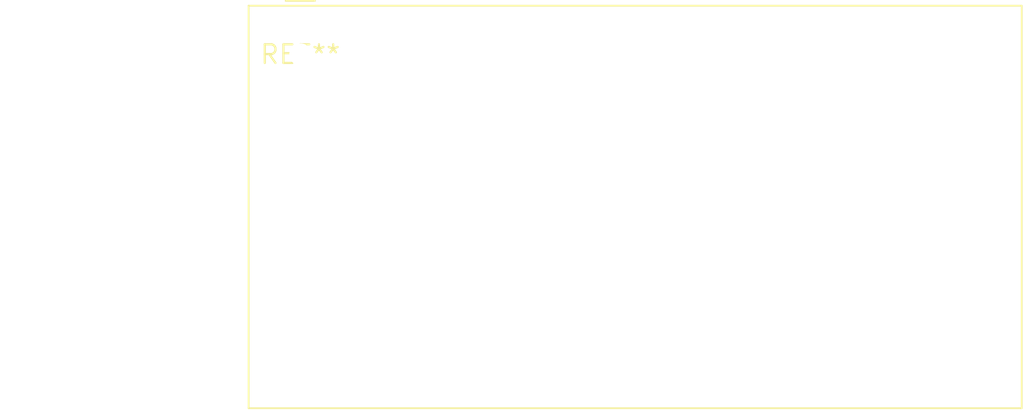
<source format=kicad_pcb>
(kicad_pcb (version 20240108) (generator pcbnew)
  (layers (0 "F.Cu" signal) (31 "B.Cu" signal) (34 "B.Paste" user) (35 "F.Paste" user) (36 "B.SilkS" user "B.Silkscreen") (37 "F.SilkS" user "F.Silkscreen") (38 "B.Mask" user) (39 "F.Mask" user) (44 "Edge.Cuts" user))
  (net 0 "")
  (footprint "Converter_ACDC_MeanWell_IRM-20-xx_THT" (layer "F.Cu") (at 0 0)
    (property "Reference" "REF**")
    (property "Value" "Converter_ACDC_MeanWell_IRM-20-xx_THT")
    (fp_line (start -3.52 -3.32) (end -3.52 24.12) (layer "F.SilkS") (stroke (width 0.12)))
    (fp_line (start -3.52 -3.32) (end 49.12 -3.32) (layer "F.SilkS") (stroke (width 0.12)))
    (fp_line (start -3.52 24.12) (end 49.12 24.12) (layer "F.SilkS") (stroke (width 0.12)))
    (fp_line (start 1 -3.65) (end -1 -3.65) (layer "F.SilkS") (stroke (width 0.12)))
    (fp_line (start 49.12 -3.32) (end 49.12 24.12) (layer "F.SilkS") (stroke (width 0.12)))
    (pad "1" thru_hole rect (at 0 0) (size 3 3) (drill 1.5) (layers *.Cu *.Mask) (remove_unused_layers))
    (pad "2" thru_hole circle (at 0 20.8) (size 3 3) (drill 1.5) (layers *.Cu *.Mask) (remove_unused_layers))
    (pad "3" thru_hole circle (at 45 20.8) (size 3 3) (drill 1.5) (layers *.Cu *.Mask) (remove_unused_layers))
    (pad "4" thru_hole circle (at 45 12.8) (size 3 3) (drill 1.5) (layers *.Cu *.Mask) (remove_unused_layers))
  )
)
</source>
